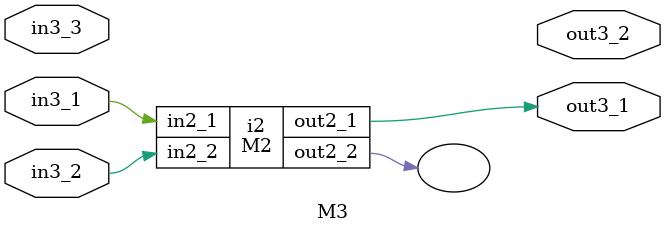
<source format=sv>
module M1 (input in1_1, in1_2, output out1_1, out1_2);
endmodule

module M2(input in2_1, in2_2, output out2_1, out2_2);
    M1 i1 (.in1_1(in2_1), .in1_2(), .out1_1(out2_1), .out1_2());
    M1 i2 (.in1_1(w1), .in1_2(w1), .out1_1(w2), .out1_2());
endmodule

module M3 (input in3_1, in3_2, in3_3, output out3_1, out3_2);
    M2 i2 (.in2_1(in3_1), .in2_2(in3_2), .out2_1(out3_1), .out2_2());
endmodule


</source>
